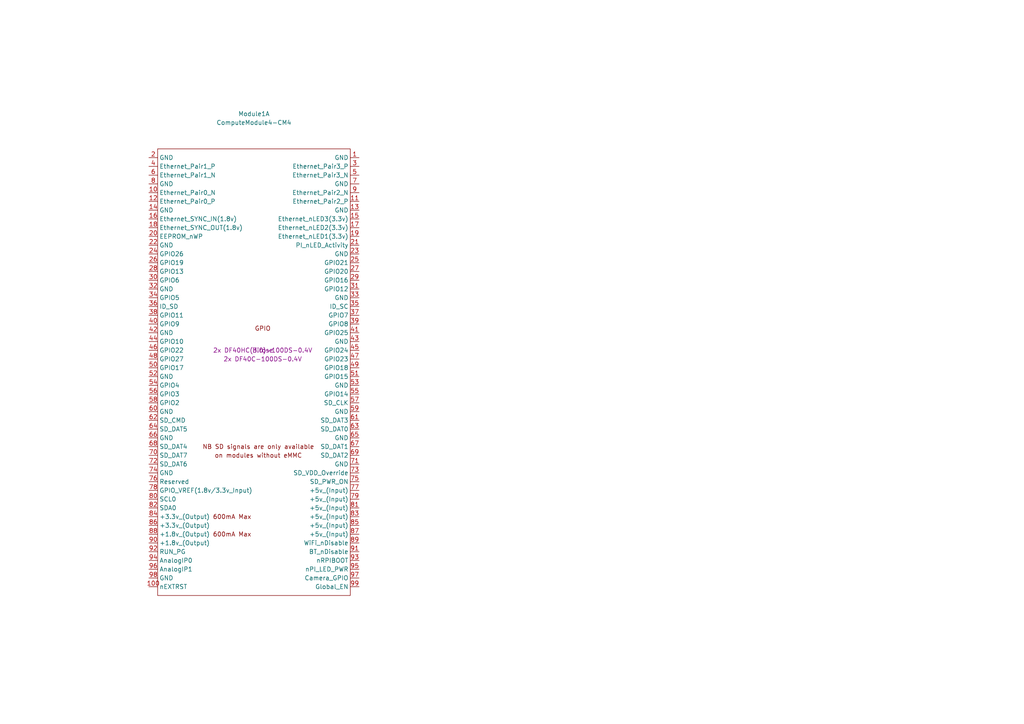
<source format=kicad_sch>
(kicad_sch (version 20201015) (generator eeschema)
  (page 1 3)
  (paper "A4")
  (title_block (title "Raspberry Pi Compute Module 4 Carrier Template") (date "2020-10-31") (rev "v01") (comment 2 "creativecommons.org/licenses/by-sa/4.0") (comment 3 "License: CC BY-SA 4.0") (comment 4 "Author: Shawn Hymel"))
  (lib_symbols
    (symbol "CM4IO:ComputeModule4-CM4"
      (property "Reference" "Module" (at 113.03 -68.58 0))
      (property "Value" "ComputeModule4-CM4" (at 140.97 2.54 0))
      (property "Manufacturer" "Hirose" (at 0 0 0))
      (property "MPN" "2x DF40C-100DS-0.4V" (at 0 -2.54 0))
      (property "MPN (Alt)" "2x DF40HC(3.0)-100DS-0.4V" (at 0 0 0))
      (symbol "ComputeModule4-CM4_1_0"
        (text "GPIO" (at 0 6.35 0) (effects (font (size 1.27 1.27))))
      )
      (symbol "ComputeModule4-CM4_1_1"
        (text "600mA Max" (at -8.89 -53.34 0) (effects (font (size 1.27 1.27))))
        (text "600mA Max" (at -8.89 -48.26 0) (effects (font (size 1.27 1.27))))
        (text "NB SD signals are only available" (at -1.27 -27.94 0) (effects (font (size 1.27 1.27))))
        (text "on modules without eMMC" (at -1.27 -30.48 0) (effects (font (size 1.27 1.27))))
        (rectangle (start -30.48 -71.12) (end 25.4 58.42))
        (pin power_in line (at 27.94 55.88 180) (length 2.54) (name "GND") (number "1"))
        (pin passive line (at -33.02 45.72 0) (length 2.54) (name "Ethernet_Pair0_N") (number "10"))
        (pin output line (at -33.02 -68.58 0) (length 2.54) (name "nEXTRST") (number "100"))
        (pin passive line (at 27.94 43.18 180) (length 2.54) (name "Ethernet_Pair2_P") (number "11"))
        (pin passive line (at -33.02 43.18 0) (length 2.54) (name "Ethernet_Pair0_P") (number "12"))
        (pin power_in line (at 27.94 40.64 180) (length 2.54) (name "GND") (number "13"))
        (pin power_in line (at -33.02 40.64 0) (length 2.54) (name "GND") (number "14"))
        (pin output line (at 27.94 38.1 180) (length 2.54) (name "Ethernet_nLED3(3.3v)") (number "15"))
        (pin input line (at -33.02 38.1 0) (length 2.54) (name "Ethernet_SYNC_IN(1.8v)") (number "16"))
        (pin output line (at 27.94 35.56 180) (length 2.54) (name "Ethernet_nLED2(3.3v)") (number "17"))
        (pin input line (at -33.02 35.56 0) (length 2.54) (name "Ethernet_SYNC_OUT(1.8v)") (number "18"))
        (pin output line (at 27.94 33.02 180) (length 2.54) (name "Ethernet_nLED1(3.3v)") (number "19"))
        (pin power_in line (at -33.02 55.88 0) (length 2.54) (name "GND") (number "2"))
        (pin passive line (at -33.02 33.02 0) (length 2.54) (name "EEPROM_nWP") (number "20"))
        (pin open_collector line (at 27.94 30.48 180) (length 2.54) (name "PI_nLED_Activity") (number "21"))
        (pin power_in line (at -33.02 30.48 0) (length 2.54) (name "GND") (number "22"))
        (pin power_in line (at 27.94 27.94 180) (length 2.54) (name "GND") (number "23"))
        (pin passive line (at -33.02 27.94 0) (length 2.54) (name "GPIO26") (number "24"))
        (pin passive line (at 27.94 25.4 180) (length 2.54) (name "GPIO21") (number "25"))
        (pin passive line (at -33.02 25.4 0) (length 2.54) (name "GPIO19") (number "26"))
        (pin passive line (at 27.94 22.86 180) (length 2.54) (name "GPIO20") (number "27"))
        (pin passive line (at -33.02 22.86 0) (length 2.54) (name "GPIO13") (number "28"))
        (pin passive line (at 27.94 20.32 180) (length 2.54) (name "GPIO16") (number "29"))
        (pin passive line (at 27.94 53.34 180) (length 2.54) (name "Ethernet_Pair3_P") (number "3"))
        (pin passive line (at -33.02 20.32 0) (length 2.54) (name "GPIO6") (number "30"))
        (pin passive line (at 27.94 17.78 180) (length 2.54) (name "GPIO12") (number "31"))
        (pin power_in line (at -33.02 17.78 0) (length 2.54) (name "GND") (number "32"))
        (pin power_in line (at 27.94 15.24 180) (length 2.54) (name "GND") (number "33"))
        (pin passive line (at -33.02 15.24 0) (length 2.54) (name "GPIO5") (number "34"))
        (pin passive line (at 27.94 12.7 180) (length 2.54) (name "ID_SC") (number "35"))
        (pin passive line (at -33.02 12.7 0) (length 2.54) (name "ID_SD") (number "36"))
        (pin passive line (at 27.94 10.16 180) (length 2.54) (name "GPIO7") (number "37"))
        (pin passive line (at -33.02 10.16 0) (length 2.54) (name "GPIO11") (number "38"))
        (pin passive line (at 27.94 7.62 180) (length 2.54) (name "GPIO8") (number "39"))
        (pin passive line (at -33.02 53.34 0) (length 2.54) (name "Ethernet_Pair1_P") (number "4"))
        (pin passive line (at -33.02 7.62 0) (length 2.54) (name "GPIO9") (number "40"))
        (pin passive line (at 27.94 5.08 180) (length 2.54) (name "GPIO25") (number "41"))
        (pin power_in line (at -33.02 5.08 0) (length 2.54) (name "GND") (number "42"))
        (pin power_in line (at 27.94 2.54 180) (length 2.54) (name "GND") (number "43"))
        (pin passive line (at -33.02 2.54 0) (length 2.54) (name "GPIO10") (number "44"))
        (pin passive line (at 27.94 0 180) (length 2.54) (name "GPIO24") (number "45"))
        (pin passive line (at -33.02 0 0) (length 2.54) (name "GPIO22") (number "46"))
        (pin passive line (at 27.94 -2.54 180) (length 2.54) (name "GPIO23") (number "47"))
        (pin passive line (at -33.02 -2.54 0) (length 2.54) (name "GPIO27") (number "48"))
        (pin passive line (at 27.94 -5.08 180) (length 2.54) (name "GPIO18") (number "49"))
        (pin passive line (at 27.94 50.8 180) (length 2.54) (name "Ethernet_Pair3_N") (number "5"))
        (pin passive line (at -33.02 -5.08 0) (length 2.54) (name "GPIO17") (number "50"))
        (pin passive line (at 27.94 -7.62 180) (length 2.54) (name "GPIO15") (number "51"))
        (pin power_in line (at -33.02 -7.62 0) (length 2.54) (name "GND") (number "52"))
        (pin power_in line (at 27.94 -10.16 180) (length 2.54) (name "GND") (number "53"))
        (pin passive line (at -33.02 -10.16 0) (length 2.54) (name "GPIO4") (number "54"))
        (pin passive line (at 27.94 -12.7 180) (length 2.54) (name "GPIO14") (number "55"))
        (pin passive line (at -33.02 -12.7 0) (length 2.54) (name "GPIO3") (number "56"))
        (pin passive line (at 27.94 -15.24 180) (length 2.54) (name "SD_CLK") (number "57"))
        (pin passive line (at -33.02 -15.24 0) (length 2.54) (name "GPIO2") (number "58"))
        (pin power_in line (at 27.94 -17.78 180) (length 2.54) (name "GND") (number "59"))
        (pin passive line (at -33.02 50.8 0) (length 2.54) (name "Ethernet_Pair1_N") (number "6"))
        (pin power_in line (at -33.02 -17.78 0) (length 2.54) (name "GND") (number "60"))
        (pin passive line (at 27.94 -20.32 180) (length 2.54) (name "SD_DAT3") (number "61"))
        (pin passive line (at -33.02 -20.32 0) (length 2.54) (name "SD_CMD") (number "62"))
        (pin passive line (at 27.94 -22.86 180) (length 2.54) (name "SD_DAT0") (number "63"))
        (pin passive line (at -33.02 -22.86 0) (length 2.54) (name "SD_DAT5") (number "64"))
        (pin power_in line (at 27.94 -25.4 180) (length 2.54) (name "GND") (number "65"))
        (pin power_in line (at -33.02 -25.4 0) (length 2.54) (name "GND") (number "66"))
        (pin passive line (at 27.94 -27.94 180) (length 2.54) (name "SD_DAT1") (number "67"))
        (pin passive line (at -33.02 -27.94 0) (length 2.54) (name "SD_DAT4") (number "68"))
        (pin passive line (at 27.94 -30.48 180) (length 2.54) (name "SD_DAT2") (number "69"))
        (pin power_in line (at 27.94 48.26 180) (length 2.54) (name "GND") (number "7"))
        (pin passive line (at -33.02 -30.48 0) (length 2.54) (name "SD_DAT7") (number "70"))
        (pin power_in line (at 27.94 -33.02 180) (length 2.54) (name "GND") (number "71"))
        (pin passive line (at -33.02 -33.02 0) (length 2.54) (name "SD_DAT6") (number "72"))
        (pin input line (at 27.94 -35.56 180) (length 2.54) (name "SD_VDD_Override") (number "73"))
        (pin power_in line (at -33.02 -35.56 0) (length 2.54) (name "GND") (number "74"))
        (pin output line (at 27.94 -38.1 180) (length 2.54) (name "SD_PWR_ON") (number "75"))
        (pin passive line (at -33.02 -38.1 0) (length 2.54) (name "Reserved") (number "76"))
        (pin power_in line (at 27.94 -40.64 180) (length 2.54) (name "+5v_(Input)") (number "77"))
        (pin power_in line (at -33.02 -40.64 0) (length 2.54) (name "GPIO_VREF(1.8v/3.3v_Input)") (number "78"))
        (pin power_in line (at 27.94 -43.18 180) (length 2.54) (name "+5v_(Input)") (number "79"))
        (pin power_in line (at -33.02 48.26 0) (length 2.54) (name "GND") (number "8"))
        (pin passive line (at -33.02 -43.18 0) (length 2.54) (name "SCL0") (number "80"))
        (pin power_in line (at 27.94 -45.72 180) (length 2.54) (name "+5v_(Input)") (number "81"))
        (pin passive line (at -33.02 -45.72 0) (length 2.54) (name "SDA0") (number "82"))
        (pin power_in line (at 27.94 -48.26 180) (length 2.54) (name "+5v_(Input)") (number "83"))
        (pin power_out line (at -33.02 -48.26 0) (length 2.54) (name "+3.3v_(Output)") (number "84"))
        (pin power_in line (at 27.94 -50.8 180) (length 2.54) (name "+5v_(Input)") (number "85"))
        (pin power_out line (at -33.02 -50.8 0) (length 2.54) (name "+3.3v_(Output)") (number "86"))
        (pin power_in line (at 27.94 -53.34 180) (length 2.54) (name "+5v_(Input)") (number "87"))
        (pin power_out line (at -33.02 -53.34 0) (length 2.54) (name "+1.8v_(Output)") (number "88"))
        (pin power_in line (at 27.94 -55.88 180) (length 2.54) (name "WiFi_nDisable") (number "89"))
        (pin passive line (at 27.94 45.72 180) (length 2.54) (name "Ethernet_Pair2_N") (number "9"))
        (pin power_out line (at -33.02 -55.88 0) (length 2.54) (name "+1.8v_(Output)") (number "90"))
        (pin power_in line (at 27.94 -58.42 180) (length 2.54) (name "BT_nDisable") (number "91"))
        (pin passive line (at -33.02 -58.42 0) (length 2.54) (name "RUN_PG") (number "92"))
        (pin input line (at 27.94 -60.96 180) (length 2.54) (name "nRPIBOOT") (number "93"))
        (pin passive line (at -33.02 -60.96 0) (length 2.54) (name "AnalogIP0") (number "94"))
        (pin output line (at 27.94 -63.5 180) (length 2.54) (name "nPI_LED_PWR") (number "95"))
        (pin passive line (at -33.02 -63.5 0) (length 2.54) (name "AnalogIP1") (number "96"))
        (pin passive line (at 27.94 -66.04 180) (length 2.54) (name "Camera_GPIO") (number "97"))
        (pin power_in line (at -33.02 -66.04 0) (length 2.54) (name "GND") (number "98"))
        (pin input line (at 27.94 -68.58 180) (length 2.54) (name "Global_EN") (number "99"))
      )
      (symbol "ComputeModule4-CM4_2_1"
        (text "High Speed Serial" (at 140.97 0 0) (effects (font (size 1.27 1.27))))
        (rectangle (start 114.3 -66.04) (end 165.1 63.5))
        (pin input line (at 170.18 60.96 180) (length 5.08) (name "USB_OTG_ID") (number "101"))
        (pin input line (at 109.22 60.96 0) (length 5.08) (name "PCIe_CLK_nREQ") (number "102"))
        (pin passive line (at 170.18 58.42 180) (length 5.08) (name "USB2_N") (number "103"))
        (pin passive line (at 109.22 58.42 0) (length 5.08) (name "Reserved") (number "104"))
        (pin passive line (at 170.18 55.88 180) (length 5.08) (name "USB2_P") (number "105"))
        (pin passive line (at 109.22 55.88 0) (length 5.08) (name "Reserved") (number "106"))
        (pin power_in line (at 170.18 53.34 180) (length 5.08) (name "GND") (number "107"))
        (pin power_in line (at 109.22 53.34 0) (length 5.08) (name "GND") (number "108"))
        (pin bidirectional line (at 170.18 50.8 180) (length 5.08) (name "PCIe_nRST") (number "109"))
        (pin output line (at 109.22 50.8 0) (length 5.08) (name "PCIe_CLK_P") (number "110"))
        (pin passive line (at 170.18 48.26 180) (length 5.08) (name "VDAC_COMP") (number "111"))
        (pin output line (at 109.22 48.26 0) (length 5.08) (name "PCIe_CLK_N") (number "112"))
        (pin power_in line (at 170.18 45.72 180) (length 5.08) (name "GND") (number "113"))
        (pin power_in line (at 109.22 45.72 0) (length 5.08) (name "GND") (number "114"))
        (pin input line (at 170.18 43.18 180) (length 5.08) (name "CAM1_D0_N") (number "115"))
        (pin input line (at 109.22 43.18 0) (length 5.08) (name "PCIe_RX_P") (number "116"))
        (pin input line (at 170.18 40.64 180) (length 5.08) (name "CAM1_D0_P") (number "117"))
        (pin input line (at 109.22 40.64 0) (length 5.08) (name "PCIe_RX_N") (number "118"))
        (pin power_in line (at 170.18 38.1 180) (length 5.08) (name "GND") (number "119"))
        (pin power_in line (at 109.22 38.1 0) (length 5.08) (name "GND") (number "120"))
        (pin input line (at 170.18 35.56 180) (length 5.08) (name "CAM1_D1_N") (number "121"))
        (pin output line (at 109.22 35.56 0) (length 5.08) (name "PCIe_TX_P") (number "122"))
        (pin input line (at 170.18 33.02 180) (length 5.08) (name "CAM1_D1_P") (number "123"))
        (pin output line (at 109.22 33.02 0) (length 5.08) (name "PCIe_TX_N") (number "124"))
        (pin power_in line (at 170.18 30.48 180) (length 5.08) (name "GND") (number "125"))
        (pin power_in line (at 109.22 30.48 0) (length 5.08) (name "GND") (number "126"))
        (pin input line (at 170.18 27.94 180) (length 5.08) (name "CAM1_C_N") (number "127"))
        (pin input line (at 109.22 27.94 0) (length 5.08) (name "CAM0_D0_N") (number "128"))
        (pin input line (at 170.18 25.4 180) (length 5.08) (name "CAM1_C_P") (number "129"))
        (pin input line (at 109.22 25.4 0) (length 5.08) (name "CAM0_D0_P") (number "130"))
        (pin power_in line (at 170.18 22.86 180) (length 5.08) (name "GND") (number "131"))
        (pin power_in line (at 109.22 22.86 0) (length 5.08) (name "GND") (number "132"))
        (pin input line (at 170.18 20.32 180) (length 5.08) (name "CAM1_D2_N") (number "133"))
        (pin input line (at 109.22 20.32 0) (length 5.08) (name "CAM0_D1_N") (number "134"))
        (pin input line (at 170.18 17.78 180) (length 5.08) (name "CAM1_D2_P") (number "135"))
        (pin input line (at 109.22 17.78 0) (length 5.08) (name "CAM0_D1_P") (number "136"))
        (pin power_in line (at 170.18 15.24 180) (length 5.08) (name "GND") (number "137"))
        (pin power_in line (at 109.22 15.24 0) (length 5.08) (name "GND") (number "138"))
        (pin input line (at 170.18 12.7 180) (length 5.08) (name "CAM1_D3_N") (number "139"))
        (pin input line (at 109.22 12.7 0) (length 5.08) (name "CAM0_C_N") (number "140"))
        (pin input line (at 170.18 10.16 180) (length 5.08) (name "CAM1_D3_P") (number "141"))
        (pin input line (at 109.22 10.16 0) (length 5.08) (name "CAM0_C_P") (number "142"))
        (pin input line (at 170.18 7.62 180) (length 5.08) (name "HDMI1_HOTPLUG") (number "143"))
        (pin power_in line (at 109.22 7.62 0) (length 5.08) (name "GND") (number "144"))
        (pin bidirectional line (at 170.18 5.08 180) (length 5.08) (name "HDMI1_SDA") (number "145"))
        (pin output line (at 109.22 5.08 0) (length 5.08) (name "HDMI1_TX2_P") (number "146"))
        (pin open_collector line (at 170.18 2.54 180) (length 5.08) (name "HDMI1_SCL") (number "147"))
        (pin output line (at 109.22 2.54 0) (length 5.08) (name "HDMI1_TX2_N") (number "148"))
        (pin open_collector line (at 170.18 0 180) (length 5.08) (name "HDMI1_CEC") (number "149"))
        (pin power_in line (at 109.22 0 0) (length 5.08) (name "GND") (number "150"))
        (pin open_collector line (at 170.18 -2.54 180) (length 5.08) (name "HDMI0_CEC") (number "151"))
        (pin output line (at 109.22 -2.54 0) (length 5.08) (name "HDMI1_TX1_P") (number "152"))
        (pin input line (at 170.18 -5.08 180) (length 5.08) (name "HDMI0_HOTPLUG") (number "153"))
        (pin output line (at 109.22 -5.08 0) (length 5.08) (name "HDMI1_TX1_N") (number "154"))
        (pin power_in line (at 170.18 -7.62 180) (length 5.08) (name "GND") (number "155"))
        (pin power_in line (at 109.22 -7.62 0) (length 5.08) (name "GND") (number "156"))
        (pin output line (at 170.18 -10.16 180) (length 5.08) (name "DSI0_D0_N") (number "157"))
        (pin output line (at 109.22 -10.16 0) (length 5.08) (name "HDMI1_TX0_P") (number "158"))
        (pin output line (at 170.18 -12.7 180) (length 5.08) (name "DSI0_D0_P") (number "159"))
        (pin output line (at 109.22 -12.7 0) (length 5.08) (name "HDMI1_TX0_N") (number "160"))
        (pin power_in line (at 170.18 -15.24 180) (length 5.08) (name "GND") (number "161"))
        (pin power_in line (at 109.22 -15.24 0) (length 5.08) (name "GND") (number "162"))
        (pin output line (at 170.18 -17.78 180) (length 5.08) (name "DSI0_D1_N") (number "163"))
        (pin output line (at 109.22 -17.78 0) (length 5.08) (name "HDMI1_CLK_P") (number "164"))
        (pin output line (at 170.18 -20.32 180) (length 5.08) (name "DSI0_D1_P") (number "165"))
        (pin output line (at 109.22 -20.32 0) (length 5.08) (name "HDMI1_CLK_N") (number "166"))
        (pin power_in line (at 170.18 -22.86 180) (length 5.08) (name "GND") (number "167"))
        (pin power_in line (at 109.22 -22.86 0) (length 5.08) (name "GND") (number "168"))
        (pin output line (at 170.18 -25.4 180) (length 5.08) (name "DSI0_C_N") (number "169"))
        (pin output line (at 109.22 -25.4 0) (length 5.08) (name "HDMI0_TX2_P") (number "170"))
        (pin output line (at 170.18 -27.94 180) (length 5.08) (name "DSI0_C_P") (number "171"))
        (pin output line (at 109.22 -27.94 0) (length 5.08) (name "HDMI0_TX2_N") (number "172"))
        (pin power_in line (at 170.18 -30.48 180) (length 5.08) (name "GND") (number "173"))
        (pin power_in line (at 109.22 -30.48 0) (length 5.08) (name "GND") (number "174"))
        (pin output line (at 170.18 -33.02 180) (length 5.08) (name "DSI1_D0_N") (number "175"))
        (pin output line (at 109.22 -33.02 0) (length 5.08) (name "HDMI0_TX1_P") (number "176"))
        (pin output line (at 170.18 -35.56 180) (length 5.08) (name "DSI1_D0_P") (number "177"))
        (pin output line (at 109.22 -35.56 0) (length 5.08) (name "HDMI0_TX1_N") (number "178"))
        (pin power_in line (at 170.18 -38.1 180) (length 5.08) (name "GND") (number "179"))
        (pin power_in line (at 109.22 -38.1 0) (length 5.08) (name "GND") (number "180"))
        (pin output line (at 170.18 -40.64 180) (length 5.08) (name "DSI1_D1_N") (number "181"))
        (pin output line (at 109.22 -40.64 0) (length 5.08) (name "HDMI0_TX0_P") (number "182"))
        (pin output line (at 170.18 -43.18 180) (length 5.08) (name "DSI1_D1_P") (number "183"))
        (pin output line (at 109.22 -43.18 0) (length 5.08) (name "HDMI0_TX0_N") (number "184"))
        (pin power_in line (at 170.18 -45.72 180) (length 5.08) (name "GND") (number "185"))
        (pin power_in line (at 109.22 -45.72 0) (length 5.08) (name "GND") (number "186"))
        (pin output line (at 170.18 -48.26 180) (length 5.08) (name "DSI1_C_N") (number "187"))
        (pin output line (at 109.22 -48.26 0) (length 5.08) (name "HDMI0_CLK_P") (number "188"))
        (pin output line (at 170.18 -50.8 180) (length 5.08) (name "DSI1_C_P") (number "189"))
        (pin output line (at 109.22 -50.8 0) (length 5.08) (name "HDMI0_CLK_N") (number "190"))
        (pin power_in line (at 170.18 -53.34 180) (length 5.08) (name "GND") (number "191"))
        (pin power_in line (at 109.22 -53.34 0) (length 5.08) (name "GND") (number "192"))
        (pin output line (at 170.18 -55.88 180) (length 5.08) (name "DSI1_D2_N") (number "193"))
        (pin output line (at 109.22 -55.88 0) (length 5.08) (name "DSI1_D3_N") (number "194"))
        (pin output line (at 170.18 -58.42 180) (length 5.08) (name "DSI1_D2_P") (number "195"))
        (pin output line (at 109.22 -58.42 0) (length 5.08) (name "DSI1_D3_P") (number "196"))
        (pin power_in line (at 170.18 -60.96 180) (length 5.08) (name "GND") (number "197"))
        (pin power_in line (at 109.22 -60.96 0) (length 5.08) (name "GND") (number "198"))
        (pin bidirectional line (at 170.18 -63.5 180) (length 5.08) (name "HDMI0_SDA") (number "199"))
        (pin open_collector line (at 109.22 -63.5 0) (length 5.08) (name "HDMI0_SCL") (number "200"))
      )
    )
  )
  (symbol (lib_id "CM4IO:ComputeModule4-CM4") (at 76.2 101.6 0) (unit 1)
    (property "Reference" "Module1" (at 73.66 33.02 0))
    (property "Value" "ComputeModule4-CM4" (at 73.66 35.56 0))
    (property "Footprint" "CM4IO:Raspberry-Pi-4-Compute-Module" (effects hide))
    (property "Manufacturer" "Hirose" (at 76.2 101.6 0))
    (property "MPN" "2x DF40C-100DS-0.4V" (at 76.2 104.14 0))
    (property "MPN (Alt)" "2x DF40HC(3.0)-100DS-0.4V" (at 76.2 101.6 0))
    (property "Digi-Key_PN" "2x H11615CT-ND" (effects hide))
    (property "Digi-Key_PN (Alt)" "2x H124602CT-ND" (effects hide))
  )
)
</source>
